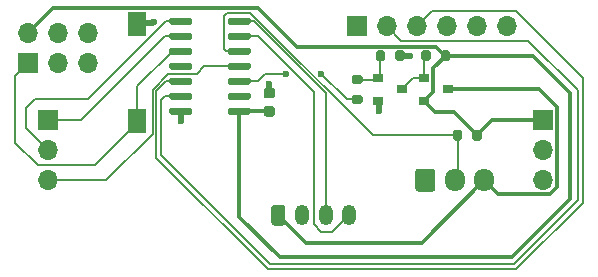
<source format=gbr>
%TF.GenerationSoftware,KiCad,Pcbnew,(5.1.9-0-10_14)*%
%TF.CreationDate,2021-05-24T21:49:32+02:00*%
%TF.ProjectId,MFM-Module-SEN0313,4d464d2d-4d6f-4647-956c-652d53454e30,rev?*%
%TF.SameCoordinates,PX82714f8PY6141b48*%
%TF.FileFunction,Copper,L1,Top*%
%TF.FilePolarity,Positive*%
%FSLAX46Y46*%
G04 Gerber Fmt 4.6, Leading zero omitted, Abs format (unit mm)*
G04 Created by KiCad (PCBNEW (5.1.9-0-10_14)) date 2021-05-24 21:49:32*
%MOMM*%
%LPD*%
G01*
G04 APERTURE LIST*
%TA.AperFunction,ComponentPad*%
%ADD10R,1.700000X1.700000*%
%TD*%
%TA.AperFunction,ComponentPad*%
%ADD11O,1.700000X1.700000*%
%TD*%
%TA.AperFunction,ComponentPad*%
%ADD12O,1.700000X1.950000*%
%TD*%
%TA.AperFunction,SMDPad,CuDef*%
%ADD13R,0.900000X0.800000*%
%TD*%
%TA.AperFunction,ComponentPad*%
%ADD14O,1.200000X1.750000*%
%TD*%
%TA.AperFunction,SMDPad,CuDef*%
%ADD15R,1.500000X2.000000*%
%TD*%
%TA.AperFunction,ViaPad*%
%ADD16C,0.600000*%
%TD*%
%TA.AperFunction,Conductor*%
%ADD17C,0.500000*%
%TD*%
%TA.AperFunction,Conductor*%
%ADD18C,0.300000*%
%TD*%
%TA.AperFunction,Conductor*%
%ADD19C,0.150000*%
%TD*%
G04 APERTURE END LIST*
D10*
%TO.P,J1,1*%
%TO.N,RESET*%
X2349500Y19875500D03*
D11*
%TO.P,J1,2*%
%TO.N,+3V3*%
X2349500Y22415500D03*
%TO.P,J1,3*%
%TO.N,N/C*%
X4889500Y19875500D03*
%TO.P,J1,4*%
X4889500Y22415500D03*
%TO.P,J1,5*%
X7429500Y19875500D03*
%TO.P,J1,6*%
%TO.N,GND*%
X7429500Y22415500D03*
%TD*%
%TO.P,C1,1*%
%TO.N,GND*%
%TA.AperFunction,SMDPad,CuDef*%
G36*
G01*
X22546500Y17798500D02*
X23046500Y17798500D01*
G75*
G02*
X23271500Y17573500I0J-225000D01*
G01*
X23271500Y17123500D01*
G75*
G02*
X23046500Y16898500I-225000J0D01*
G01*
X22546500Y16898500D01*
G75*
G02*
X22321500Y17123500I0J225000D01*
G01*
X22321500Y17573500D01*
G75*
G02*
X22546500Y17798500I225000J0D01*
G01*
G37*
%TD.AperFunction*%
%TO.P,C1,2*%
%TO.N,+3V3*%
%TA.AperFunction,SMDPad,CuDef*%
G36*
G01*
X22546500Y16248500D02*
X23046500Y16248500D01*
G75*
G02*
X23271500Y16023500I0J-225000D01*
G01*
X23271500Y15573500D01*
G75*
G02*
X23046500Y15348500I-225000J0D01*
G01*
X22546500Y15348500D01*
G75*
G02*
X22321500Y15573500I0J225000D01*
G01*
X22321500Y16023500D01*
G75*
G02*
X22546500Y16248500I225000J0D01*
G01*
G37*
%TD.AperFunction*%
%TD*%
%TO.P,R1,1*%
%TO.N,+3V3*%
%TA.AperFunction,SMDPad,CuDef*%
G36*
G01*
X40785500Y14054500D02*
X40785500Y13504500D01*
G75*
G02*
X40585500Y13304500I-200000J0D01*
G01*
X40185500Y13304500D01*
G75*
G02*
X39985500Y13504500I0J200000D01*
G01*
X39985500Y14054500D01*
G75*
G02*
X40185500Y14254500I200000J0D01*
G01*
X40585500Y14254500D01*
G75*
G02*
X40785500Y14054500I0J-200000D01*
G01*
G37*
%TD.AperFunction*%
%TO.P,R1,2*%
%TO.N,ONEWIRE*%
%TA.AperFunction,SMDPad,CuDef*%
G36*
G01*
X39135500Y14054500D02*
X39135500Y13504500D01*
G75*
G02*
X38935500Y13304500I-200000J0D01*
G01*
X38535500Y13304500D01*
G75*
G02*
X38335500Y13504500I0J200000D01*
G01*
X38335500Y14054500D01*
G75*
G02*
X38535500Y14254500I200000J0D01*
G01*
X38935500Y14254500D01*
G75*
G02*
X39135500Y14054500I0J-200000D01*
G01*
G37*
%TD.AperFunction*%
%TD*%
%TO.P,J6,1*%
%TO.N,GND*%
%TA.AperFunction,ComponentPad*%
G36*
G01*
X35157001Y9244500D02*
X35157001Y10694500D01*
G75*
G02*
X35407001Y10944500I250000J0D01*
G01*
X36607001Y10944500D01*
G75*
G02*
X36857001Y10694500I0J-250000D01*
G01*
X36857001Y9244500D01*
G75*
G02*
X36607001Y8994500I-250000J0D01*
G01*
X35407001Y8994500D01*
G75*
G02*
X35157001Y9244500I0J250000D01*
G01*
G37*
%TD.AperFunction*%
D12*
%TO.P,J6,2*%
%TO.N,ONEWIRE*%
X38507001Y9969500D03*
%TO.P,J6,3*%
%TO.N,+3V3_SW*%
X41007001Y9969500D03*
%TD*%
%TO.P,U1,1*%
%TO.N,+3V3*%
%TA.AperFunction,SMDPad,CuDef*%
G36*
G01*
X21230000Y15961500D02*
X21230000Y15661500D01*
G75*
G02*
X21080000Y15511500I-150000J0D01*
G01*
X19430000Y15511500D01*
G75*
G02*
X19280000Y15661500I0J150000D01*
G01*
X19280000Y15961500D01*
G75*
G02*
X19430000Y16111500I150000J0D01*
G01*
X21080000Y16111500D01*
G75*
G02*
X21230000Y15961500I0J-150000D01*
G01*
G37*
%TD.AperFunction*%
%TO.P,U1,2*%
%TO.N,N/C*%
%TA.AperFunction,SMDPad,CuDef*%
G36*
G01*
X21230000Y17231500D02*
X21230000Y16931500D01*
G75*
G02*
X21080000Y16781500I-150000J0D01*
G01*
X19430000Y16781500D01*
G75*
G02*
X19280000Y16931500I0J150000D01*
G01*
X19280000Y17231500D01*
G75*
G02*
X19430000Y17381500I150000J0D01*
G01*
X21080000Y17381500D01*
G75*
G02*
X21230000Y17231500I0J-150000D01*
G01*
G37*
%TD.AperFunction*%
%TO.P,U1,3*%
%TO.N,SENSORS_ON*%
%TA.AperFunction,SMDPad,CuDef*%
G36*
G01*
X21230000Y18501500D02*
X21230000Y18201500D01*
G75*
G02*
X21080000Y18051500I-150000J0D01*
G01*
X19430000Y18051500D01*
G75*
G02*
X19280000Y18201500I0J150000D01*
G01*
X19280000Y18501500D01*
G75*
G02*
X19430000Y18651500I150000J0D01*
G01*
X21080000Y18651500D01*
G75*
G02*
X21230000Y18501500I0J-150000D01*
G01*
G37*
%TD.AperFunction*%
%TO.P,U1,4*%
%TO.N,SMBALERT*%
%TA.AperFunction,SMDPad,CuDef*%
G36*
G01*
X21230000Y19771500D02*
X21230000Y19471500D01*
G75*
G02*
X21080000Y19321500I-150000J0D01*
G01*
X19430000Y19321500D01*
G75*
G02*
X19280000Y19471500I0J150000D01*
G01*
X19280000Y19771500D01*
G75*
G02*
X19430000Y19921500I150000J0D01*
G01*
X21080000Y19921500D01*
G75*
G02*
X21230000Y19771500I0J-150000D01*
G01*
G37*
%TD.AperFunction*%
%TO.P,U1,5*%
%TO.N,ONEWIRE*%
%TA.AperFunction,SMDPad,CuDef*%
G36*
G01*
X21230000Y21041500D02*
X21230000Y20741500D01*
G75*
G02*
X21080000Y20591500I-150000J0D01*
G01*
X19430000Y20591500D01*
G75*
G02*
X19280000Y20741500I0J150000D01*
G01*
X19280000Y21041500D01*
G75*
G02*
X19430000Y21191500I150000J0D01*
G01*
X21080000Y21191500D01*
G75*
G02*
X21230000Y21041500I0J-150000D01*
G01*
G37*
%TD.AperFunction*%
%TO.P,U1,6*%
%TO.N,MCU_RX*%
%TA.AperFunction,SMDPad,CuDef*%
G36*
G01*
X21230000Y22311500D02*
X21230000Y22011500D01*
G75*
G02*
X21080000Y21861500I-150000J0D01*
G01*
X19430000Y21861500D01*
G75*
G02*
X19280000Y22011500I0J150000D01*
G01*
X19280000Y22311500D01*
G75*
G02*
X19430000Y22461500I150000J0D01*
G01*
X21080000Y22461500D01*
G75*
G02*
X21230000Y22311500I0J-150000D01*
G01*
G37*
%TD.AperFunction*%
%TO.P,U1,7*%
%TO.N,MCU_TX*%
%TA.AperFunction,SMDPad,CuDef*%
G36*
G01*
X21230000Y23581500D02*
X21230000Y23281500D01*
G75*
G02*
X21080000Y23131500I-150000J0D01*
G01*
X19430000Y23131500D01*
G75*
G02*
X19280000Y23281500I0J150000D01*
G01*
X19280000Y23581500D01*
G75*
G02*
X19430000Y23731500I150000J0D01*
G01*
X21080000Y23731500D01*
G75*
G02*
X21230000Y23581500I0J-150000D01*
G01*
G37*
%TD.AperFunction*%
%TO.P,U1,8*%
%TO.N,I2C_SDA*%
%TA.AperFunction,SMDPad,CuDef*%
G36*
G01*
X16280000Y23581500D02*
X16280000Y23281500D01*
G75*
G02*
X16130000Y23131500I-150000J0D01*
G01*
X14480000Y23131500D01*
G75*
G02*
X14330000Y23281500I0J150000D01*
G01*
X14330000Y23581500D01*
G75*
G02*
X14480000Y23731500I150000J0D01*
G01*
X16130000Y23731500D01*
G75*
G02*
X16280000Y23581500I0J-150000D01*
G01*
G37*
%TD.AperFunction*%
%TO.P,U1,9*%
%TO.N,I2C_SCL*%
%TA.AperFunction,SMDPad,CuDef*%
G36*
G01*
X16280000Y22311500D02*
X16280000Y22011500D01*
G75*
G02*
X16130000Y21861500I-150000J0D01*
G01*
X14480000Y21861500D01*
G75*
G02*
X14330000Y22011500I0J150000D01*
G01*
X14330000Y22311500D01*
G75*
G02*
X14480000Y22461500I150000J0D01*
G01*
X16130000Y22461500D01*
G75*
G02*
X16280000Y22311500I0J-150000D01*
G01*
G37*
%TD.AperFunction*%
%TO.P,U1,10*%
%TO.N,RESET*%
%TA.AperFunction,SMDPad,CuDef*%
G36*
G01*
X16280000Y21041500D02*
X16280000Y20741500D01*
G75*
G02*
X16130000Y20591500I-150000J0D01*
G01*
X14480000Y20591500D01*
G75*
G02*
X14330000Y20741500I0J150000D01*
G01*
X14330000Y21041500D01*
G75*
G02*
X14480000Y21191500I150000J0D01*
G01*
X16130000Y21191500D01*
G75*
G02*
X16280000Y21041500I0J-150000D01*
G01*
G37*
%TD.AperFunction*%
%TO.P,U1,11*%
%TO.N,N/C*%
%TA.AperFunction,SMDPad,CuDef*%
G36*
G01*
X16280000Y19771500D02*
X16280000Y19471500D01*
G75*
G02*
X16130000Y19321500I-150000J0D01*
G01*
X14480000Y19321500D01*
G75*
G02*
X14330000Y19471500I0J150000D01*
G01*
X14330000Y19771500D01*
G75*
G02*
X14480000Y19921500I150000J0D01*
G01*
X16130000Y19921500D01*
G75*
G02*
X16280000Y19771500I0J-150000D01*
G01*
G37*
%TD.AperFunction*%
%TO.P,U1,12*%
%TO.N,MCU_RX_DEBUG*%
%TA.AperFunction,SMDPad,CuDef*%
G36*
G01*
X16280000Y18501500D02*
X16280000Y18201500D01*
G75*
G02*
X16130000Y18051500I-150000J0D01*
G01*
X14480000Y18051500D01*
G75*
G02*
X14330000Y18201500I0J150000D01*
G01*
X14330000Y18501500D01*
G75*
G02*
X14480000Y18651500I150000J0D01*
G01*
X16130000Y18651500D01*
G75*
G02*
X16280000Y18501500I0J-150000D01*
G01*
G37*
%TD.AperFunction*%
%TO.P,U1,13*%
%TO.N,MCU_TX_DEBUG*%
%TA.AperFunction,SMDPad,CuDef*%
G36*
G01*
X16280000Y17231500D02*
X16280000Y16931500D01*
G75*
G02*
X16130000Y16781500I-150000J0D01*
G01*
X14480000Y16781500D01*
G75*
G02*
X14330000Y16931500I0J150000D01*
G01*
X14330000Y17231500D01*
G75*
G02*
X14480000Y17381500I150000J0D01*
G01*
X16130000Y17381500D01*
G75*
G02*
X16280000Y17231500I0J-150000D01*
G01*
G37*
%TD.AperFunction*%
%TO.P,U1,14*%
%TO.N,GND*%
%TA.AperFunction,SMDPad,CuDef*%
G36*
G01*
X16280000Y15961500D02*
X16280000Y15661500D01*
G75*
G02*
X16130000Y15511500I-150000J0D01*
G01*
X14480000Y15511500D01*
G75*
G02*
X14330000Y15661500I0J150000D01*
G01*
X14330000Y15961500D01*
G75*
G02*
X14480000Y16111500I150000J0D01*
G01*
X16130000Y16111500D01*
G75*
G02*
X16280000Y15961500I0J-150000D01*
G01*
G37*
%TD.AperFunction*%
%TD*%
D13*
%TO.P,Q1,3*%
%TO.N,Net-(Q1-Pad3)*%
X34030501Y17655999D03*
%TO.P,Q1,2*%
%TO.N,GND*%
X32030501Y16705999D03*
%TO.P,Q1,1*%
%TO.N,Net-(Q1-Pad1)*%
X32030501Y18605999D03*
%TD*%
%TO.P,Q2,1*%
%TO.N,Net-(Q1-Pad3)*%
X35893500Y18603000D03*
%TO.P,Q2,2*%
%TO.N,+3V3*%
X35893500Y16703000D03*
%TO.P,Q2,3*%
%TO.N,+3V3_SW*%
X37893500Y17653000D03*
%TD*%
%TO.P,R2,1*%
%TO.N,Net-(Q1-Pad1)*%
%TA.AperFunction,SMDPad,CuDef*%
G36*
G01*
X29951000Y18878000D02*
X30501000Y18878000D01*
G75*
G02*
X30701000Y18678000I0J-200000D01*
G01*
X30701000Y18278000D01*
G75*
G02*
X30501000Y18078000I-200000J0D01*
G01*
X29951000Y18078000D01*
G75*
G02*
X29751000Y18278000I0J200000D01*
G01*
X29751000Y18678000D01*
G75*
G02*
X29951000Y18878000I200000J0D01*
G01*
G37*
%TD.AperFunction*%
%TO.P,R2,2*%
%TO.N,SENSORS_ON*%
%TA.AperFunction,SMDPad,CuDef*%
G36*
G01*
X29951000Y17228000D02*
X30501000Y17228000D01*
G75*
G02*
X30701000Y17028000I0J-200000D01*
G01*
X30701000Y16628000D01*
G75*
G02*
X30501000Y16428000I-200000J0D01*
G01*
X29951000Y16428000D01*
G75*
G02*
X29751000Y16628000I0J200000D01*
G01*
X29751000Y17028000D01*
G75*
G02*
X29951000Y17228000I200000J0D01*
G01*
G37*
%TD.AperFunction*%
%TD*%
%TO.P,R3,2*%
%TO.N,GND*%
%TA.AperFunction,SMDPad,CuDef*%
G36*
G01*
X33445000Y20235500D02*
X33445000Y20785500D01*
G75*
G02*
X33645000Y20985500I200000J0D01*
G01*
X34045000Y20985500D01*
G75*
G02*
X34245000Y20785500I0J-200000D01*
G01*
X34245000Y20235500D01*
G75*
G02*
X34045000Y20035500I-200000J0D01*
G01*
X33645000Y20035500D01*
G75*
G02*
X33445000Y20235500I0J200000D01*
G01*
G37*
%TD.AperFunction*%
%TO.P,R3,1*%
%TO.N,Net-(Q1-Pad1)*%
%TA.AperFunction,SMDPad,CuDef*%
G36*
G01*
X31795000Y20235500D02*
X31795000Y20785500D01*
G75*
G02*
X31995000Y20985500I200000J0D01*
G01*
X32395000Y20985500D01*
G75*
G02*
X32595000Y20785500I0J-200000D01*
G01*
X32595000Y20235500D01*
G75*
G02*
X32395000Y20035500I-200000J0D01*
G01*
X31995000Y20035500D01*
G75*
G02*
X31795000Y20235500I0J200000D01*
G01*
G37*
%TD.AperFunction*%
%TD*%
%TO.P,R4,1*%
%TO.N,+3V3*%
%TA.AperFunction,SMDPad,CuDef*%
G36*
G01*
X38118500Y20785500D02*
X38118500Y20235500D01*
G75*
G02*
X37918500Y20035500I-200000J0D01*
G01*
X37518500Y20035500D01*
G75*
G02*
X37318500Y20235500I0J200000D01*
G01*
X37318500Y20785500D01*
G75*
G02*
X37518500Y20985500I200000J0D01*
G01*
X37918500Y20985500D01*
G75*
G02*
X38118500Y20785500I0J-200000D01*
G01*
G37*
%TD.AperFunction*%
%TO.P,R4,2*%
%TO.N,Net-(Q1-Pad3)*%
%TA.AperFunction,SMDPad,CuDef*%
G36*
G01*
X36468500Y20785500D02*
X36468500Y20235500D01*
G75*
G02*
X36268500Y20035500I-200000J0D01*
G01*
X35868500Y20035500D01*
G75*
G02*
X35668500Y20235500I0J200000D01*
G01*
X35668500Y20785500D01*
G75*
G02*
X35868500Y20985500I200000J0D01*
G01*
X36268500Y20985500D01*
G75*
G02*
X36468500Y20785500I0J-200000D01*
G01*
G37*
%TD.AperFunction*%
%TD*%
%TO.P,J3,1*%
%TO.N,+3V3_SW*%
%TA.AperFunction,ComponentPad*%
G36*
G01*
X22957001Y6385498D02*
X22957001Y7635500D01*
G75*
G02*
X23207000Y7885499I249999J0D01*
G01*
X23907002Y7885499D01*
G75*
G02*
X24157001Y7635500I0J-249999D01*
G01*
X24157001Y6385498D01*
G75*
G02*
X23907002Y6135499I-249999J0D01*
G01*
X23207000Y6135499D01*
G75*
G02*
X22957001Y6385498I0J249999D01*
G01*
G37*
%TD.AperFunction*%
D14*
%TO.P,J3,2*%
%TO.N,GND*%
X25557001Y7010499D03*
%TO.P,J3,3*%
%TO.N,MCU_TX*%
X27557001Y7010499D03*
%TO.P,J3,4*%
%TO.N,MCU_RX*%
X29557001Y7010499D03*
%TD*%
D10*
%TO.P,J2,1*%
%TO.N,I2C_SCL*%
X4064000Y15062200D03*
D11*
%TO.P,J2,2*%
%TO.N,I2C_SDA*%
X4064000Y12522200D03*
%TO.P,J2,3*%
%TO.N,SMBALERT*%
X4064000Y9982200D03*
%TD*%
D10*
%TO.P,J4,1*%
%TO.N,+3V3*%
X45974000Y15062200D03*
D11*
%TO.P,J4,2*%
%TO.N,N/C*%
X45974000Y12522200D03*
%TO.P,J4,3*%
%TO.N,GND*%
X45974000Y9982200D03*
%TD*%
D15*
%TO.P,SW1,1*%
%TO.N,RESET*%
X11620500Y15013500D03*
%TO.P,SW1,2*%
%TO.N,GND*%
X11620500Y23213500D03*
%TD*%
D10*
%TO.P,J5,1*%
%TO.N,N/C*%
X30226000Y22987000D03*
D11*
%TO.P,J5,2*%
%TO.N,MCU_TX_DEBUG*%
X32766000Y22987000D03*
%TO.P,J5,3*%
%TO.N,MCU_RX_DEBUG*%
X35306000Y22987000D03*
%TO.P,J5,4*%
%TO.N,N/C*%
X37846000Y22987000D03*
%TO.P,J5,5*%
X40386000Y22987000D03*
%TO.P,J5,6*%
%TO.N,GND*%
X42926000Y22987000D03*
%TD*%
D16*
%TO.N,GND*%
X15303500Y14986000D03*
X32067500Y15811500D03*
X34671000Y20510500D03*
X22796500Y18143990D03*
X13000912Y23371888D03*
%TO.N,SENSORS_ON*%
X24193500Y18923000D03*
X27178006Y18986500D03*
%TD*%
D17*
%TO.N,GND*%
X33845000Y20510500D02*
X34671000Y20510500D01*
X32067500Y16669000D02*
X32030501Y16705999D01*
X32067500Y15811500D02*
X32067500Y16669000D01*
X22796500Y17348500D02*
X22796500Y18143990D01*
X15303500Y15810000D02*
X15305000Y15811500D01*
X15303500Y14986000D02*
X15303500Y15810000D01*
X11747500Y23284000D02*
X12913024Y23284000D01*
X12913024Y23284000D02*
X13000912Y23371888D01*
D18*
%TO.N,+3V3*%
X20331500Y15798500D02*
X20318500Y15811500D01*
X20268000Y15798500D02*
X20255000Y15811500D01*
X22783500Y15811500D02*
X22796500Y15798500D01*
X20255000Y15811500D02*
X22783500Y15811500D01*
X36643501Y19435501D02*
X37718500Y20510500D01*
X36643501Y17453001D02*
X36643501Y19435501D01*
X35893500Y16703000D02*
X36643501Y17453001D01*
X41668200Y15062200D02*
X40385500Y13779500D01*
X45974000Y15062200D02*
X41668200Y15062200D01*
X20255000Y6859500D02*
X23685500Y3429000D01*
X43307000Y3429000D02*
X48260000Y8382000D01*
X48260000Y8382000D02*
X48260000Y17335500D01*
X45085000Y20510500D02*
X37718500Y20510500D01*
X48260000Y17335500D02*
X45085000Y20510500D01*
X23685500Y3429000D02*
X43307000Y3429000D01*
X20255000Y15811500D02*
X20255000Y6859500D01*
X40385500Y13779500D02*
X38417000Y15748000D01*
X36848500Y15748000D02*
X35893500Y16703000D01*
X38417000Y15748000D02*
X36848500Y15748000D01*
X37718500Y20510500D02*
X37655500Y20510500D01*
X36880490Y21285510D02*
X25132990Y21285510D01*
X37655500Y20510500D02*
X36880490Y21285510D01*
X21849991Y24568509D02*
X19116914Y24568509D01*
X25132990Y21285510D02*
X21849991Y24568509D01*
X2349500Y22415500D02*
X4508500Y24574500D01*
X19110923Y24574500D02*
X19116914Y24568509D01*
X4508500Y24574500D02*
X19110923Y24574500D01*
D19*
%TO.N,SMBALERT*%
X12907989Y13923989D02*
X8966200Y9982200D01*
X16637000Y18986500D02*
X14244221Y18986500D01*
X8966200Y9982200D02*
X4064000Y9982200D01*
X17272000Y19621500D02*
X16637000Y18986500D01*
X12907989Y17650268D02*
X12907989Y13923989D01*
X14244221Y18986500D02*
X12907989Y17650268D01*
X20255000Y19621500D02*
X17272000Y19621500D01*
%TO.N,I2C_SDA*%
X2159000Y14427200D02*
X4064000Y12522200D01*
X2921000Y16827500D02*
X2159000Y16065500D01*
X7429500Y16827500D02*
X2921000Y16827500D01*
X14033500Y23431500D02*
X7429500Y16827500D01*
X2159000Y16065500D02*
X2159000Y14427200D01*
X15305000Y23431500D02*
X14033500Y23431500D01*
%TO.N,I2C_SCL*%
X6870700Y15062200D02*
X4064000Y15062200D01*
X13970000Y22161500D02*
X6870700Y15062200D01*
X15305000Y22161500D02*
X13970000Y22161500D01*
%TO.N,RESET*%
X14605000Y20891500D02*
X11620500Y17907000D01*
X15305000Y20891500D02*
X14605000Y20891500D01*
X11620500Y17907000D02*
X11620500Y15013500D01*
X11620500Y14795500D02*
X11620500Y15013500D01*
X8064500Y11239500D02*
X11620500Y14795500D01*
X3175000Y11239500D02*
X8064500Y11239500D01*
X1270000Y13144500D02*
X3175000Y11239500D01*
X1270000Y18796000D02*
X1270000Y13144500D01*
X2349500Y19875500D02*
X1270000Y18796000D01*
%TO.N,MCU_TX*%
X27557001Y7010499D02*
X27557001Y17342718D01*
X27557001Y17342718D02*
X21468219Y23431500D01*
X21468219Y23431500D02*
X20255000Y23431500D01*
%TO.N,MCU_RX*%
X27199130Y5588000D02*
X26543000Y6244130D01*
X29557001Y7010499D02*
X28134502Y5588000D01*
X26543000Y6244130D02*
X26543000Y17414004D01*
X28134502Y5588000D02*
X27199130Y5588000D01*
X21795504Y22161500D02*
X20255000Y22161500D01*
X26543000Y17414004D02*
X21795504Y22161500D01*
%TO.N,ONEWIRE*%
X38735500Y10197999D02*
X38507001Y9969500D01*
X38735500Y13779500D02*
X38735500Y10197999D01*
X21193998Y24130000D02*
X31544498Y13779500D01*
X31544498Y13779500D02*
X38735500Y13779500D01*
X18923000Y21082000D02*
X18923000Y23844250D01*
X18923000Y23844250D02*
X19208750Y24130000D01*
X20318500Y20891500D02*
X19113500Y20891500D01*
X19208750Y24130000D02*
X21193998Y24130000D01*
X19113500Y20891500D02*
X18923000Y21082000D01*
%TO.N,Net-(Q1-Pad3)*%
X35893500Y20335500D02*
X36068500Y20510500D01*
X35893500Y18603000D02*
X35893500Y20335500D01*
X34977502Y18603000D02*
X34030501Y17655999D01*
X35893500Y18603000D02*
X34977502Y18603000D01*
%TO.N,Net-(Q1-Pad1)*%
X32195000Y18770498D02*
X32030501Y18605999D01*
X32195000Y20510500D02*
X32195000Y18770498D01*
X31902502Y18478000D02*
X32030501Y18605999D01*
X30226000Y18478000D02*
X31902502Y18478000D01*
%TO.N,SENSORS_ON*%
X29336506Y16828000D02*
X27178006Y18986500D01*
X30226000Y16828000D02*
X29336506Y16828000D01*
X22415500Y18923000D02*
X24193500Y18923000D01*
X21844000Y18351500D02*
X22415500Y18923000D01*
X20255000Y18351500D02*
X21844000Y18351500D01*
D18*
%TO.N,+3V3_SW*%
X41007001Y9955501D02*
X41007001Y9969500D01*
X35687000Y4635500D02*
X41007001Y9955501D01*
X25932000Y4635500D02*
X35687000Y4635500D01*
X23557001Y7010499D02*
X25932000Y4635500D01*
X42144302Y8832199D02*
X41007001Y9969500D01*
X47124001Y9430199D02*
X46526001Y8832199D01*
X47124001Y16152201D02*
X47124001Y9430199D01*
X37893500Y17653000D02*
X45623202Y17653000D01*
X46526001Y8832199D02*
X42144302Y8832199D01*
X45623202Y17653000D02*
X47124001Y16152201D01*
D19*
%TO.N,MCU_TX_DEBUG*%
X44704000Y21780500D02*
X33972500Y21780500D01*
X48895000Y17589500D02*
X44704000Y21780500D01*
X48895000Y8255000D02*
X48895000Y17589500D01*
X43497500Y2857500D02*
X48895000Y8255000D01*
X22860000Y2857500D02*
X43497500Y2857500D01*
X13652500Y16764000D02*
X13652500Y12065000D01*
X13652500Y12065000D02*
X22860000Y2857500D01*
X33972500Y21780500D02*
X32766000Y22987000D01*
X13970000Y17081500D02*
X13652500Y16764000D01*
X15305000Y17081500D02*
X13970000Y17081500D01*
%TO.N,MCU_RX_DEBUG*%
X14033500Y18351500D02*
X15305000Y18351500D01*
X13208000Y17526000D02*
X14033500Y18351500D01*
X22669500Y2413000D02*
X13208000Y11874500D01*
X13208000Y11874500D02*
X13208000Y17526000D01*
X43688000Y2413000D02*
X22669500Y2413000D01*
X36576000Y24257000D02*
X43688000Y24257000D01*
X43688000Y24257000D02*
X49339500Y18605500D01*
X49339500Y18605500D02*
X49339500Y8064500D01*
X49339500Y8064500D02*
X43688000Y2413000D01*
X35306000Y22987000D02*
X36576000Y24257000D01*
%TD*%
M02*

</source>
